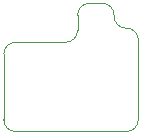
<source format=gbr>
G04 #@! TF.GenerationSoftware,KiCad,Pcbnew,(5.99.0-21-g5348f88a8)*
G04 #@! TF.CreationDate,2019-12-05T11:59:51-05:00*
G04 #@! TF.ProjectId,pwr_key_addon,7077725f-6b65-4795-9f61-64646f6e2e6b,rev?*
G04 #@! TF.SameCoordinates,Original*
G04 #@! TF.FileFunction,Profile,NP*
%FSLAX46Y46*%
G04 Gerber Fmt 4.6, Leading zero omitted, Abs format (unit mm)*
G04 Created by KiCad (PCBNEW (5.99.0-21-g5348f88a8)) date 2019-12-05 11:59:51*
%MOMM*%
%LPD*%
G04 APERTURE LIST*
%ADD10C,0.050000*%
G04 APERTURE END LIST*
D10*
X114100000Y-82500000D02*
X114100000Y-88050000D01*
X119350000Y-81500000D02*
X115100000Y-81500000D01*
X120350000Y-79200000D02*
X120350000Y-80500000D01*
X122450000Y-78200000D02*
X121350000Y-78200000D01*
X123450000Y-79200000D02*
X123450000Y-79300000D01*
X124500000Y-80300000D02*
X124450000Y-80300000D01*
X125500000Y-88050000D02*
X125500000Y-81300000D01*
X115100000Y-89050000D02*
X124500000Y-89050000D01*
X115100000Y-89050000D02*
G75*
G02X114100000Y-88050000I0J1000000D01*
G01*
X125500000Y-88050000D02*
G75*
G02X124500000Y-89050000I-1000000J0D01*
G01*
X124500000Y-80300000D02*
G75*
G02X125500000Y-81300000I0J-1000000D01*
G01*
X124450000Y-80300000D02*
G75*
G02X123450000Y-79300000I0J1000000D01*
G01*
X122450000Y-78200000D02*
G75*
G02X123450000Y-79200000I0J-1000000D01*
G01*
X120350000Y-79200000D02*
G75*
G02X121350000Y-78200000I1000000J0D01*
G01*
X114100000Y-82500000D02*
G75*
G02X115100000Y-81500000I1000000J0D01*
G01*
X120350000Y-80500000D02*
G75*
G02X119350000Y-81500000I-1000000J0D01*
G01*
M02*

</source>
